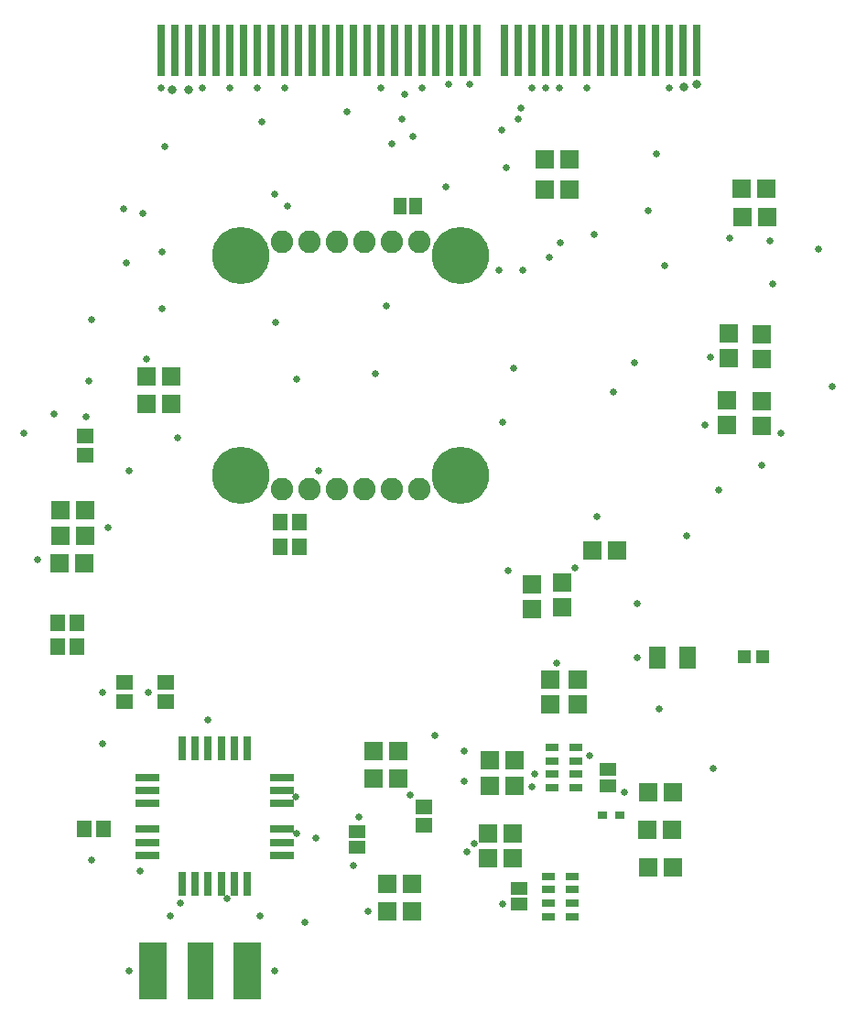
<source format=gbr>
%TF.GenerationSoftware,Altium Limited,Altium Designer,23.2.1 (34)*%
G04 Layer_Color=8388736*
%FSLAX45Y45*%
%MOMM*%
%TF.SameCoordinates,CECF9715-3839-4E6E-A075-D830FB70F3A2*%
%TF.FilePolarity,Negative*%
%TF.FileFunction,Soldermask,Top*%
%TF.Part,Single*%
G01*
G75*
%TA.AperFunction,SMDPad,CuDef*%
%ADD22R,0.95000X0.70000*%
%ADD52R,1.72720X1.72720*%
%ADD53R,1.72720X1.72720*%
%ADD54R,0.73320X4.77520*%
%ADD55R,1.50320X2.00320*%
%ADD56R,1.60320X1.40320*%
%ADD57R,1.25320X1.50320*%
%ADD58R,1.50320X1.25320*%
%ADD59R,0.80320X2.20320*%
%ADD60R,2.20320X0.80320*%
%ADD61R,1.30320X0.80320*%
%ADD62R,1.40320X1.60320*%
%ADD63R,1.29320X1.20320*%
%ADD64R,2.61620X5.28320*%
%ADD65R,2.48920X5.28320*%
%TA.AperFunction,ComponentPad*%
%ADD66C,5.28320*%
%ADD67C,2.08280*%
%TA.AperFunction,ViaPad*%
%ADD68C,0.64720*%
%ADD69C,0.83820*%
D22*
X6397500Y2690000D02*
D03*
X6562500D02*
D03*
D52*
X5918200Y3944780D02*
D03*
Y3716180D02*
D03*
X5750000Y4596400D02*
D03*
Y4825000D02*
D03*
X6172200Y3716180D02*
D03*
Y3944780D02*
D03*
X6025000Y4610700D02*
D03*
Y4839300D02*
D03*
X7875000Y7139300D02*
D03*
Y6910700D02*
D03*
X7570000Y7144300D02*
D03*
Y6915700D02*
D03*
X7875000Y6514300D02*
D03*
Y6285700D02*
D03*
X7550000Y6524300D02*
D03*
Y6295700D02*
D03*
D53*
X4508500Y3030380D02*
D03*
Y3284380D02*
D03*
X7685700Y8480000D02*
D03*
X7914300D02*
D03*
X7695700Y8220000D02*
D03*
X7924300D02*
D03*
X4406900Y1798480D02*
D03*
X4635500D02*
D03*
Y2052480D02*
D03*
X4406900D02*
D03*
X5574300Y2520000D02*
D03*
X5345700D02*
D03*
X5574300Y2290000D02*
D03*
X5345700D02*
D03*
X6825700Y2210000D02*
D03*
X7054300D02*
D03*
X2184900Y6749480D02*
D03*
X2413500D02*
D03*
X2185700Y6490000D02*
D03*
X2414300D02*
D03*
X1390000Y5270000D02*
D03*
X1618600D02*
D03*
X1390000Y5510000D02*
D03*
X1618600D02*
D03*
X1375700Y5020000D02*
D03*
X1604300D02*
D03*
X4279900Y3284380D02*
D03*
Y3030380D02*
D03*
X5588000Y3195480D02*
D03*
X5359400D02*
D03*
X5584300Y2960000D02*
D03*
X5355700D02*
D03*
X5865700Y8750000D02*
D03*
X6094300D02*
D03*
X5868900Y8470480D02*
D03*
X6097500D02*
D03*
X6305700Y5140000D02*
D03*
X6534300D02*
D03*
X6825700Y2900000D02*
D03*
X7054300D02*
D03*
X6817360Y2555400D02*
D03*
X7045960D02*
D03*
D54*
X7270650Y9760000D02*
D03*
X5238650D02*
D03*
X5111650D02*
D03*
X4603650D02*
D03*
X4857650D02*
D03*
X5873650D02*
D03*
X6127650D02*
D03*
X6381650D02*
D03*
X6508650D02*
D03*
X6635650D02*
D03*
X6762650D02*
D03*
X6889650D02*
D03*
X7016650D02*
D03*
X3333650D02*
D03*
X3460650D02*
D03*
X3587650D02*
D03*
X3714650D02*
D03*
X2317650D02*
D03*
X2444650D02*
D03*
X2571650D02*
D03*
X2698650D02*
D03*
X2825650D02*
D03*
X2952650D02*
D03*
X3079650D02*
D03*
X3206650D02*
D03*
X3841650D02*
D03*
X3968650D02*
D03*
X4095650D02*
D03*
X4222650D02*
D03*
X4349650D02*
D03*
X4476650D02*
D03*
X4730650D02*
D03*
X4984650D02*
D03*
X5492650D02*
D03*
X5619650D02*
D03*
X5746650D02*
D03*
X6000650D02*
D03*
X6254650D02*
D03*
X7143650D02*
D03*
D55*
X7190000Y4150000D02*
D03*
X6910000D02*
D03*
D56*
X4750000Y2765000D02*
D03*
Y2595000D02*
D03*
X1620000Y6200000D02*
D03*
Y6020000D02*
D03*
X1981200Y3740480D02*
D03*
Y3920480D02*
D03*
X2362200Y3740480D02*
D03*
Y3920480D02*
D03*
D57*
X4527500Y8320000D02*
D03*
X4672500D02*
D03*
D58*
X6451600Y3110500D02*
D03*
Y2965500D02*
D03*
X4135120Y2396540D02*
D03*
Y2541540D02*
D03*
X5630000Y2012500D02*
D03*
Y1867500D02*
D03*
D59*
X2515000Y2055000D02*
D03*
X2635000D02*
D03*
X2755000D02*
D03*
X2875000D02*
D03*
X2995000D02*
D03*
X3115000D02*
D03*
Y3305000D02*
D03*
X2995000D02*
D03*
X2875000D02*
D03*
X2755000D02*
D03*
X2635000D02*
D03*
X2515000D02*
D03*
D60*
X3440000Y2320000D02*
D03*
Y2440000D02*
D03*
Y2560000D02*
D03*
Y2800000D02*
D03*
Y2920000D02*
D03*
Y3040000D02*
D03*
X2190000D02*
D03*
Y2920000D02*
D03*
Y2800000D02*
D03*
Y2560000D02*
D03*
Y2440000D02*
D03*
Y2320000D02*
D03*
D61*
X5900000Y2127500D02*
D03*
X6120000D02*
D03*
Y2002500D02*
D03*
X5900000D02*
D03*
Y1877500D02*
D03*
X6120000D02*
D03*
X5900000Y1752500D02*
D03*
X6120000D02*
D03*
X6155200Y2944480D02*
D03*
X5935200D02*
D03*
Y3069480D02*
D03*
X6155200D02*
D03*
Y3194480D02*
D03*
X5935200D02*
D03*
X6155200Y3319480D02*
D03*
X5935200D02*
D03*
D62*
X3600000Y5170000D02*
D03*
X3420000D02*
D03*
X3600000Y5400000D02*
D03*
X3420000D02*
D03*
X1610000Y2560000D02*
D03*
X1790000D02*
D03*
X1540000Y4250000D02*
D03*
X1360000D02*
D03*
X1540000Y4470000D02*
D03*
X1360000D02*
D03*
D63*
X7714197Y4151790D02*
D03*
X7884197D02*
D03*
D64*
X2241850Y1250000D02*
D03*
X3118150D02*
D03*
D65*
X2680000D02*
D03*
D66*
X5087000Y7863000D02*
D03*
Y5831000D02*
D03*
X3055000D02*
D03*
Y7863000D02*
D03*
D67*
X4706000Y7990000D02*
D03*
X4452000D02*
D03*
X4198000D02*
D03*
X3944000D02*
D03*
X3690000D02*
D03*
X3436000D02*
D03*
Y5704000D02*
D03*
X3690000D02*
D03*
X3944000D02*
D03*
X4198000D02*
D03*
X4452000D02*
D03*
X4706000D02*
D03*
D68*
X7575000Y8025000D02*
D03*
X4400000Y7400000D02*
D03*
X3575000Y6725000D02*
D03*
X3375000Y7250000D02*
D03*
X2475000Y6175000D02*
D03*
X2025000Y5875000D02*
D03*
X1825000Y5350000D02*
D03*
X1175000Y5050000D02*
D03*
X1675000Y2275000D02*
D03*
X1775000Y3350000D02*
D03*
X4100000Y2225000D02*
D03*
X3650000Y1700000D02*
D03*
X6925000Y3675000D02*
D03*
X7425000Y3125000D02*
D03*
X6725000Y4650000D02*
D03*
X6350000Y5450000D02*
D03*
X4300000Y6775000D02*
D03*
X5475000Y6325000D02*
D03*
X5575000Y6825000D02*
D03*
X6700000Y6875000D02*
D03*
X6975000Y7775000D02*
D03*
X6500000Y6600000D02*
D03*
X7175000Y5275000D02*
D03*
X7475000Y5700000D02*
D03*
X7875000Y5925000D02*
D03*
X8525000Y6650000D02*
D03*
X7975000Y7600000D02*
D03*
X8400000Y7925000D02*
D03*
X6900000Y8800000D02*
D03*
X6825000Y8275000D02*
D03*
X4950000Y8500000D02*
D03*
X3250000Y9100000D02*
D03*
X2350000Y8875000D02*
D03*
X2000000Y7800000D02*
D03*
X2325000Y7900000D02*
D03*
Y7375000D02*
D03*
X1675000Y7275000D02*
D03*
X1650000Y6700000D02*
D03*
X1325000Y6400000D02*
D03*
X1050000Y6225000D02*
D03*
X5212269Y2425000D02*
D03*
X2125000Y2175000D02*
D03*
X2500000Y1875000D02*
D03*
X3575000Y2525000D02*
D03*
X4150000Y2675000D02*
D03*
X4975000Y9450000D02*
D03*
X5175000D02*
D03*
X3775000Y5875000D02*
D03*
X5750000Y2950000D02*
D03*
X5775000Y3075000D02*
D03*
X5150000Y2350000D02*
D03*
X1625000Y6375000D02*
D03*
X4575000Y9350000D02*
D03*
X5650000Y9225000D02*
D03*
X4550000Y9125000D02*
D03*
X4650000Y8967920D02*
D03*
X4450000Y8900000D02*
D03*
X5625000Y9125000D02*
D03*
X7400000Y6925000D02*
D03*
X7350000Y6300000D02*
D03*
X2200000Y3825000D02*
D03*
X8050000Y6225000D02*
D03*
X1775000Y3825000D02*
D03*
X6725000Y4150000D02*
D03*
X5975000Y4100000D02*
D03*
X4850000Y3425000D02*
D03*
X6150000Y4975000D02*
D03*
X5525000Y4950000D02*
D03*
X7950000Y8000000D02*
D03*
X2750000Y3575000D02*
D03*
X1975000Y8300000D02*
D03*
X5125000Y3000000D02*
D03*
X2150000Y8250000D02*
D03*
X5125000Y3284380D02*
D03*
X4625000Y2875000D02*
D03*
X3563620Y2862580D02*
D03*
X2932889Y1922889D02*
D03*
X2020000Y1250000D02*
D03*
X3370000D02*
D03*
X2180000Y6910000D02*
D03*
X5470000Y9020000D02*
D03*
X5510000Y8680000D02*
D03*
X6010000Y7980000D02*
D03*
X5440000Y7730000D02*
D03*
X6320000Y8060000D02*
D03*
X5910000Y7850000D02*
D03*
X4040000Y9190000D02*
D03*
X5660000Y7730000D02*
D03*
X6280000Y3240000D02*
D03*
X3230000Y1760000D02*
D03*
X2400000D02*
D03*
X3370000Y8430000D02*
D03*
X3490000Y8320000D02*
D03*
X3750000Y2480000D02*
D03*
X6600000Y2900000D02*
D03*
X4230000Y1800000D02*
D03*
X5480000Y1870000D02*
D03*
X7016700Y9410000D02*
D03*
X6254700D02*
D03*
X6000700D02*
D03*
X5873700D02*
D03*
X5746700D02*
D03*
X4730700D02*
D03*
X4349700D02*
D03*
X3460700D02*
D03*
X3206700D02*
D03*
X2952700D02*
D03*
X2698700D02*
D03*
X2317700D02*
D03*
D69*
X7275000Y9450000D02*
D03*
X7150000Y9425000D02*
D03*
X2575000Y9400000D02*
D03*
X2425000D02*
D03*
%TF.MD5,90db64fb738f5a8e3df65b5f7e2823cd*%
M02*

</source>
